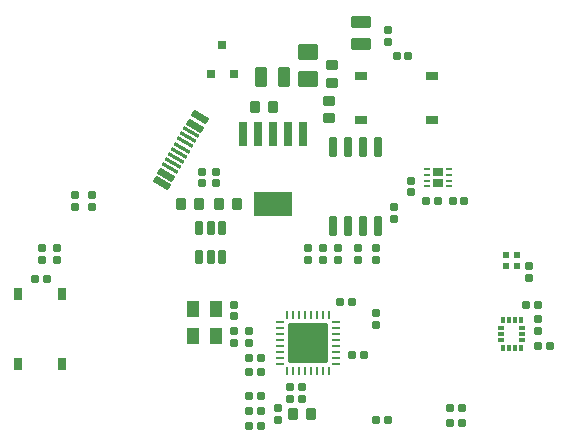
<source format=gbr>
%TF.GenerationSoftware,Altium Limited,Altium Designer,22.7.1 (60)*%
G04 Layer_Color=8421504*
%FSLAX45Y45*%
%MOMM*%
%TF.SameCoordinates,ACC7CE07-661A-46B9-B338-6EC4A6F7B09F*%
%TF.FilePolarity,Positive*%
%TF.FileFunction,Paste,Top*%
%TF.Part,Single*%
G01*
G75*
%TA.AperFunction,SMDPad,CuDef*%
G04:AMPARAMS|DCode=14|XSize=0.6mm|YSize=1.2mm|CornerRadius=0.075mm|HoleSize=0mm|Usage=FLASHONLY|Rotation=180.000|XOffset=0mm|YOffset=0mm|HoleType=Round|Shape=RoundedRectangle|*
%AMROUNDEDRECTD14*
21,1,0.60000,1.05000,0,0,180.0*
21,1,0.45000,1.20000,0,0,180.0*
1,1,0.15000,-0.22500,0.52500*
1,1,0.15000,0.22500,0.52500*
1,1,0.15000,0.22500,-0.52500*
1,1,0.15000,-0.22500,-0.52500*
%
%ADD14ROUNDEDRECTD14*%
G04:AMPARAMS|DCode=15|XSize=0.6mm|YSize=0.7mm|CornerRadius=0.075mm|HoleSize=0mm|Usage=FLASHONLY|Rotation=0.000|XOffset=0mm|YOffset=0mm|HoleType=Round|Shape=RoundedRectangle|*
%AMROUNDEDRECTD15*
21,1,0.60000,0.55000,0,0,0.0*
21,1,0.45000,0.70000,0,0,0.0*
1,1,0.15000,0.22500,-0.27500*
1,1,0.15000,-0.22500,-0.27500*
1,1,0.15000,-0.22500,0.27500*
1,1,0.15000,0.22500,0.27500*
%
%ADD15ROUNDEDRECTD15*%
G04:AMPARAMS|DCode=16|XSize=0.25mm|YSize=0.7mm|CornerRadius=0.0125mm|HoleSize=0mm|Usage=FLASHONLY|Rotation=180.000|XOffset=0mm|YOffset=0mm|HoleType=Round|Shape=RoundedRectangle|*
%AMROUNDEDRECTD16*
21,1,0.25000,0.67500,0,0,180.0*
21,1,0.22500,0.70000,0,0,180.0*
1,1,0.02500,-0.11250,0.33750*
1,1,0.02500,0.11250,0.33750*
1,1,0.02500,0.11250,-0.33750*
1,1,0.02500,-0.11250,-0.33750*
%
%ADD16ROUNDEDRECTD16*%
G04:AMPARAMS|DCode=17|XSize=0.25mm|YSize=0.7mm|CornerRadius=0.0125mm|HoleSize=0mm|Usage=FLASHONLY|Rotation=270.000|XOffset=0mm|YOffset=0mm|HoleType=Round|Shape=RoundedRectangle|*
%AMROUNDEDRECTD17*
21,1,0.25000,0.67500,0,0,270.0*
21,1,0.22500,0.70000,0,0,270.0*
1,1,0.02500,-0.33750,-0.11250*
1,1,0.02500,-0.33750,0.11250*
1,1,0.02500,0.33750,0.11250*
1,1,0.02500,0.33750,-0.11250*
%
%ADD17ROUNDEDRECTD17*%
G04:AMPARAMS|DCode=18|XSize=3.45mm|YSize=3.45mm|CornerRadius=0.1725mm|HoleSize=0mm|Usage=FLASHONLY|Rotation=270.000|XOffset=0mm|YOffset=0mm|HoleType=Round|Shape=RoundedRectangle|*
%AMROUNDEDRECTD18*
21,1,3.45000,3.10500,0,0,270.0*
21,1,3.10500,3.45000,0,0,270.0*
1,1,0.34500,-1.55250,-1.55250*
1,1,0.34500,-1.55250,1.55250*
1,1,0.34500,1.55250,1.55250*
1,1,0.34500,1.55250,-1.55250*
%
%ADD18ROUNDEDRECTD18*%
G04:AMPARAMS|DCode=26|XSize=0.6mm|YSize=1.7mm|CornerRadius=0.075mm|HoleSize=0mm|Usage=FLASHONLY|Rotation=0.000|XOffset=0mm|YOffset=0mm|HoleType=Round|Shape=RoundedRectangle|*
%AMROUNDEDRECTD26*
21,1,0.60000,1.55000,0,0,0.0*
21,1,0.45000,1.70000,0,0,0.0*
1,1,0.15000,0.22500,-0.77500*
1,1,0.15000,-0.22500,-0.77500*
1,1,0.15000,-0.22500,0.77500*
1,1,0.15000,0.22500,0.77500*
%
%ADD26ROUNDEDRECTD26*%
G04:AMPARAMS|DCode=27|XSize=0.6mm|YSize=0.7mm|CornerRadius=0.075mm|HoleSize=0mm|Usage=FLASHONLY|Rotation=90.000|XOffset=0mm|YOffset=0mm|HoleType=Round|Shape=RoundedRectangle|*
%AMROUNDEDRECTD27*
21,1,0.60000,0.55000,0,0,90.0*
21,1,0.45000,0.70000,0,0,90.0*
1,1,0.15000,0.27500,0.22500*
1,1,0.15000,0.27500,-0.22500*
1,1,0.15000,-0.27500,-0.22500*
1,1,0.15000,-0.27500,0.22500*
%
%ADD27ROUNDEDRECTD27*%
%ADD28R,0.60000X0.30000*%
%ADD29R,0.30000X0.60000*%
G04:AMPARAMS|DCode=30|XSize=3.2mm|YSize=2.1mm|CornerRadius=0.0525mm|HoleSize=0mm|Usage=FLASHONLY|Rotation=0.000|XOffset=0mm|YOffset=0mm|HoleType=Round|Shape=RoundedRectangle|*
%AMROUNDEDRECTD30*
21,1,3.20000,1.99500,0,0,0.0*
21,1,3.09500,2.10000,0,0,0.0*
1,1,0.10500,1.54750,-0.99750*
1,1,0.10500,-1.54750,-0.99750*
1,1,0.10500,-1.54750,0.99750*
1,1,0.10500,1.54750,0.99750*
%
%ADD30ROUNDEDRECTD30*%
G04:AMPARAMS|DCode=31|XSize=0.6mm|YSize=2.1mm|CornerRadius=0.051mm|HoleSize=0mm|Usage=FLASHONLY|Rotation=0.000|XOffset=0mm|YOffset=0mm|HoleType=Round|Shape=RoundedRectangle|*
%AMROUNDEDRECTD31*
21,1,0.60000,1.99800,0,0,0.0*
21,1,0.49800,2.10000,0,0,0.0*
1,1,0.10200,0.24900,-0.99900*
1,1,0.10200,-0.24900,-0.99900*
1,1,0.10200,-0.24900,0.99900*
1,1,0.10200,0.24900,0.99900*
%
%ADD31ROUNDEDRECTD31*%
%ADD32R,0.80000X0.80000*%
G04:AMPARAMS|DCode=33|XSize=1mm|YSize=1.7mm|CornerRadius=0.125mm|HoleSize=0mm|Usage=FLASHONLY|Rotation=0.000|XOffset=0mm|YOffset=0mm|HoleType=Round|Shape=RoundedRectangle|*
%AMROUNDEDRECTD33*
21,1,1.00000,1.45000,0,0,0.0*
21,1,0.75000,1.70000,0,0,0.0*
1,1,0.25000,0.37500,-0.72500*
1,1,0.25000,-0.37500,-0.72500*
1,1,0.25000,-0.37500,0.72500*
1,1,0.25000,0.37500,0.72500*
%
%ADD33ROUNDEDRECTD33*%
G04:AMPARAMS|DCode=34|XSize=1mm|YSize=1.7mm|CornerRadius=0.125mm|HoleSize=0mm|Usage=FLASHONLY|Rotation=90.000|XOffset=0mm|YOffset=0mm|HoleType=Round|Shape=RoundedRectangle|*
%AMROUNDEDRECTD34*
21,1,1.00000,1.45000,0,0,90.0*
21,1,0.75000,1.70000,0,0,90.0*
1,1,0.25000,0.72500,0.37500*
1,1,0.25000,0.72500,-0.37500*
1,1,0.25000,-0.72500,-0.37500*
1,1,0.25000,-0.72500,0.37500*
%
%ADD34ROUNDEDRECTD34*%
G04:AMPARAMS|DCode=35|XSize=0.8mm|YSize=1mm|CornerRadius=0.1mm|HoleSize=0mm|Usage=FLASHONLY|Rotation=270.000|XOffset=0mm|YOffset=0mm|HoleType=Round|Shape=RoundedRectangle|*
%AMROUNDEDRECTD35*
21,1,0.80000,0.80000,0,0,270.0*
21,1,0.60000,1.00000,0,0,270.0*
1,1,0.20000,-0.40000,-0.30000*
1,1,0.20000,-0.40000,0.30000*
1,1,0.20000,0.40000,0.30000*
1,1,0.20000,0.40000,-0.30000*
%
%ADD35ROUNDEDRECTD35*%
G04:AMPARAMS|DCode=36|XSize=0.8mm|YSize=1mm|CornerRadius=0.1mm|HoleSize=0mm|Usage=FLASHONLY|Rotation=180.000|XOffset=0mm|YOffset=0mm|HoleType=Round|Shape=RoundedRectangle|*
%AMROUNDEDRECTD36*
21,1,0.80000,0.80000,0,0,180.0*
21,1,0.60000,1.00000,0,0,180.0*
1,1,0.20000,-0.30000,0.40000*
1,1,0.20000,0.30000,0.40000*
1,1,0.20000,0.30000,-0.40000*
1,1,0.20000,-0.30000,-0.40000*
%
%ADD36ROUNDEDRECTD36*%
G04:AMPARAMS|DCode=37|XSize=1.4mm|YSize=1.7mm|CornerRadius=0.175mm|HoleSize=0mm|Usage=FLASHONLY|Rotation=270.000|XOffset=0mm|YOffset=0mm|HoleType=Round|Shape=RoundedRectangle|*
%AMROUNDEDRECTD37*
21,1,1.40000,1.35000,0,0,270.0*
21,1,1.05000,1.70000,0,0,270.0*
1,1,0.35000,-0.67500,-0.52500*
1,1,0.35000,-0.67500,0.52500*
1,1,0.35000,0.67500,0.52500*
1,1,0.35000,0.67500,-0.52500*
%
%ADD37ROUNDEDRECTD37*%
%ADD38R,0.55000X0.55000*%
G04:AMPARAMS|DCode=39|XSize=0.6mm|YSize=1.5mm|CornerRadius=0mm|HoleSize=0mm|Usage=FLASHONLY|Rotation=240.000|XOffset=0mm|YOffset=0mm|HoleType=Round|Shape=Rectangle|*
%AMROTATEDRECTD39*
4,1,4,-0.49952,0.63481,0.79952,-0.11519,0.49952,-0.63481,-0.79952,0.11519,-0.49952,0.63481,0.0*
%
%ADD39ROTATEDRECTD39*%

G04:AMPARAMS|DCode=40|XSize=0.3mm|YSize=1.5mm|CornerRadius=0mm|HoleSize=0mm|Usage=FLASHONLY|Rotation=240.000|XOffset=0mm|YOffset=0mm|HoleType=Round|Shape=Rectangle|*
%AMROTATEDRECTD40*
4,1,4,-0.57452,0.50490,0.72452,-0.24510,0.57452,-0.50490,-0.72452,0.24510,-0.57452,0.50490,0.0*
%
%ADD40ROTATEDRECTD40*%

G04:AMPARAMS|DCode=41|XSize=1.3mm|YSize=1.1mm|CornerRadius=0.055mm|HoleSize=0mm|Usage=FLASHONLY|Rotation=270.000|XOffset=0mm|YOffset=0mm|HoleType=Round|Shape=RoundedRectangle|*
%AMROUNDEDRECTD41*
21,1,1.30000,0.99000,0,0,270.0*
21,1,1.19000,1.10000,0,0,270.0*
1,1,0.11000,-0.49500,-0.59500*
1,1,0.11000,-0.49500,0.59500*
1,1,0.11000,0.49500,0.59500*
1,1,0.11000,0.49500,-0.59500*
%
%ADD41ROUNDEDRECTD41*%
%ADD42R,1.00000X0.75000*%
%ADD43R,0.75000X1.00000*%
G04:AMPARAMS|DCode=45|XSize=0.5mm|YSize=0.25mm|CornerRadius=0.05mm|HoleSize=0mm|Usage=FLASHONLY|Rotation=180.000|XOffset=0mm|YOffset=0mm|HoleType=Round|Shape=RoundedRectangle|*
%AMROUNDEDRECTD45*
21,1,0.50000,0.15000,0,0,180.0*
21,1,0.40000,0.25000,0,0,180.0*
1,1,0.10000,-0.20000,0.07500*
1,1,0.10000,0.20000,0.07500*
1,1,0.10000,0.20000,-0.07500*
1,1,0.10000,-0.20000,-0.07500*
%
%ADD45ROUNDEDRECTD45*%
G36*
X3895000Y2825000D02*
Y2824005D01*
X3894239Y2822168D01*
X3892832Y2820761D01*
X3890995Y2820000D01*
X3890000D01*
D01*
X3810000D01*
X3809006D01*
X3807168Y2820761D01*
X3805761Y2822168D01*
X3805000Y2824005D01*
Y2825000D01*
D01*
Y2885000D01*
Y2885994D01*
X3805761Y2887832D01*
X3807168Y2889239D01*
X3809006Y2890000D01*
X3810000D01*
D01*
X3890000D01*
X3890995D01*
X3892832Y2889239D01*
X3894239Y2887832D01*
X3895000Y2885994D01*
Y2885000D01*
D01*
Y2825000D01*
D02*
G37*
G36*
Y2915000D02*
Y2914005D01*
X3894239Y2912168D01*
X3892832Y2910761D01*
X3890995Y2910000D01*
X3890000D01*
D01*
X3810000D01*
X3809006D01*
X3807168Y2910761D01*
X3805761Y2912168D01*
X3805000Y2914005D01*
Y2915000D01*
D01*
Y2975000D01*
Y2975995D01*
X3805761Y2977832D01*
X3807168Y2979239D01*
X3809006Y2980000D01*
X3810000D01*
D01*
X3890000D01*
X3890995D01*
X3892832Y2979239D01*
X3894239Y2977832D01*
X3895000Y2975995D01*
Y2975000D01*
D01*
Y2915000D01*
D02*
G37*
D14*
X2020000Y2470000D02*
D03*
X1925000D02*
D03*
X1830000D02*
D03*
Y2230000D02*
D03*
X1925000D02*
D03*
X2020000D02*
D03*
D15*
X3025000Y1850000D02*
D03*
X3125000D02*
D03*
X3325000Y850000D02*
D03*
X3425000D02*
D03*
X4800000Y1475000D02*
D03*
X4700000D02*
D03*
X4700000Y1825000D02*
D03*
X4600000D02*
D03*
X2250000Y1250000D02*
D03*
X2350000D02*
D03*
X2250000Y1375000D02*
D03*
X2350000D02*
D03*
X3225000Y1400000D02*
D03*
X3125000D02*
D03*
X2350000Y925000D02*
D03*
X2250000D02*
D03*
X2350000Y1050000D02*
D03*
X2250000D02*
D03*
X2250000Y800000D02*
D03*
X2350000D02*
D03*
X4050000Y825000D02*
D03*
X3950000D02*
D03*
X4050000Y950000D02*
D03*
X3950000D02*
D03*
X3500000Y3925000D02*
D03*
X3600000D02*
D03*
X437457Y2044973D02*
D03*
X537457D02*
D03*
X3750000Y2700000D02*
D03*
X3850000D02*
D03*
X3975000D02*
D03*
X4075000D02*
D03*
D16*
X2575000Y1260000D02*
D03*
X2625000D02*
D03*
X2675000D02*
D03*
X2725000D02*
D03*
X2775000D02*
D03*
X2825000D02*
D03*
X2875000D02*
D03*
X2925000D02*
D03*
Y1740000D02*
D03*
X2875000D02*
D03*
X2825000D02*
D03*
X2775000D02*
D03*
X2725000D02*
D03*
X2675000D02*
D03*
X2625000D02*
D03*
X2575000D02*
D03*
D17*
X2990000Y1325000D02*
D03*
Y1375000D02*
D03*
Y1425000D02*
D03*
Y1475000D02*
D03*
Y1525000D02*
D03*
Y1575000D02*
D03*
Y1625000D02*
D03*
Y1675000D02*
D03*
X2510000D02*
D03*
Y1625000D02*
D03*
Y1575000D02*
D03*
Y1525000D02*
D03*
Y1475000D02*
D03*
Y1425000D02*
D03*
Y1375000D02*
D03*
Y1325000D02*
D03*
D18*
X2750000Y1500000D02*
D03*
D26*
X2959500Y2493500D02*
D03*
X3086500D02*
D03*
X3213500D02*
D03*
X3340500D02*
D03*
X2959500Y3156500D02*
D03*
X3086500D02*
D03*
X3213500D02*
D03*
X3340500D02*
D03*
D27*
X4700000Y1700000D02*
D03*
Y1600000D02*
D03*
X3425000Y4150000D02*
D03*
Y4050000D02*
D03*
X3475000Y2550000D02*
D03*
Y2650000D02*
D03*
X2600000Y1125000D02*
D03*
Y1025000D02*
D03*
X2700000Y1125000D02*
D03*
Y1025000D02*
D03*
X2500000Y850000D02*
D03*
Y950000D02*
D03*
X3175000Y2300000D02*
D03*
Y2200000D02*
D03*
X3325000Y2300000D02*
D03*
Y2200000D02*
D03*
X3000000Y2300000D02*
D03*
Y2200000D02*
D03*
X2750000Y2300000D02*
D03*
Y2200000D02*
D03*
X2875000Y2300000D02*
D03*
Y2200000D02*
D03*
X4625000Y2150000D02*
D03*
Y2050000D02*
D03*
X2250000Y1500000D02*
D03*
Y1600000D02*
D03*
X1975000Y2950000D02*
D03*
Y2850000D02*
D03*
X2125000Y1500000D02*
D03*
Y1600000D02*
D03*
Y1825000D02*
D03*
Y1725000D02*
D03*
X1850000Y2950000D02*
D03*
Y2850000D02*
D03*
X775000Y2750000D02*
D03*
Y2650000D02*
D03*
X925000Y2750000D02*
D03*
Y2650000D02*
D03*
X500000Y2300000D02*
D03*
Y2200000D02*
D03*
X3325000Y1750000D02*
D03*
Y1650000D02*
D03*
X625000Y2200000D02*
D03*
Y2300000D02*
D03*
X3625000Y2775000D02*
D03*
Y2875000D02*
D03*
D28*
X4383750Y1525000D02*
D03*
Y1625000D02*
D03*
Y1575000D02*
D03*
X4566250D02*
D03*
Y1525000D02*
D03*
Y1625000D02*
D03*
D29*
X4450000Y1691250D02*
D03*
X4400000Y1691200D02*
D03*
X4500000Y1691250D02*
D03*
X4550000D02*
D03*
X4400000Y1458800D02*
D03*
X4450000D02*
D03*
X4500000D02*
D03*
X4550000D02*
D03*
D30*
X2450000Y2677500D02*
D03*
D31*
X2196000Y3272500D02*
D03*
X2323000D02*
D03*
X2450000D02*
D03*
X2577000D02*
D03*
X2704000D02*
D03*
D32*
X2025000Y4020000D02*
D03*
X2120000Y3780000D02*
D03*
X1930000D02*
D03*
D33*
X2355000Y3750000D02*
D03*
X2545000D02*
D03*
D34*
X3200000Y4030000D02*
D03*
Y4220000D02*
D03*
D35*
X2925000Y3550000D02*
D03*
Y3400000D02*
D03*
X2950000Y3850000D02*
D03*
Y3700000D02*
D03*
D36*
X2450000Y3500000D02*
D03*
X2300000D02*
D03*
X2625000Y900000D02*
D03*
X2775000D02*
D03*
X2150000Y2675000D02*
D03*
X2000000D02*
D03*
X1675000D02*
D03*
X1825000D02*
D03*
D37*
X2750000Y3964300D02*
D03*
Y3735700D02*
D03*
D38*
X4427500Y2247500D02*
D03*
X4522500D02*
D03*
X4427500Y2152500D02*
D03*
X4522500D02*
D03*
D39*
X1791817Y3340346D02*
D03*
X1831817Y3409628D02*
D03*
X1511817Y2855372D02*
D03*
X1551817Y2924654D02*
D03*
D40*
X1759317Y3284054D02*
D03*
X1734317Y3240753D02*
D03*
X1709317Y3197452D02*
D03*
X1584317Y2980946D02*
D03*
X1609317Y3024247D02*
D03*
X1634317Y3067548D02*
D03*
X1659317Y3110850D02*
D03*
X1684317Y3154151D02*
D03*
D41*
X1780000Y1560000D02*
D03*
X1970000D02*
D03*
X1780000Y1790000D02*
D03*
X1970000D02*
D03*
D42*
X3800000Y3387500D02*
D03*
Y3762500D02*
D03*
X3200000D02*
D03*
Y3387500D02*
D03*
D43*
X294674Y1317416D02*
D03*
X669674D02*
D03*
Y1917416D02*
D03*
X294674D02*
D03*
D45*
X3755000Y2825000D02*
D03*
Y2875000D02*
D03*
Y2925000D02*
D03*
Y2975000D02*
D03*
X3945000D02*
D03*
Y2925000D02*
D03*
Y2875000D02*
D03*
Y2825000D02*
D03*
%TF.MD5,588b103c1b383ca75e6de0de56fe1c31*%
M02*

</source>
